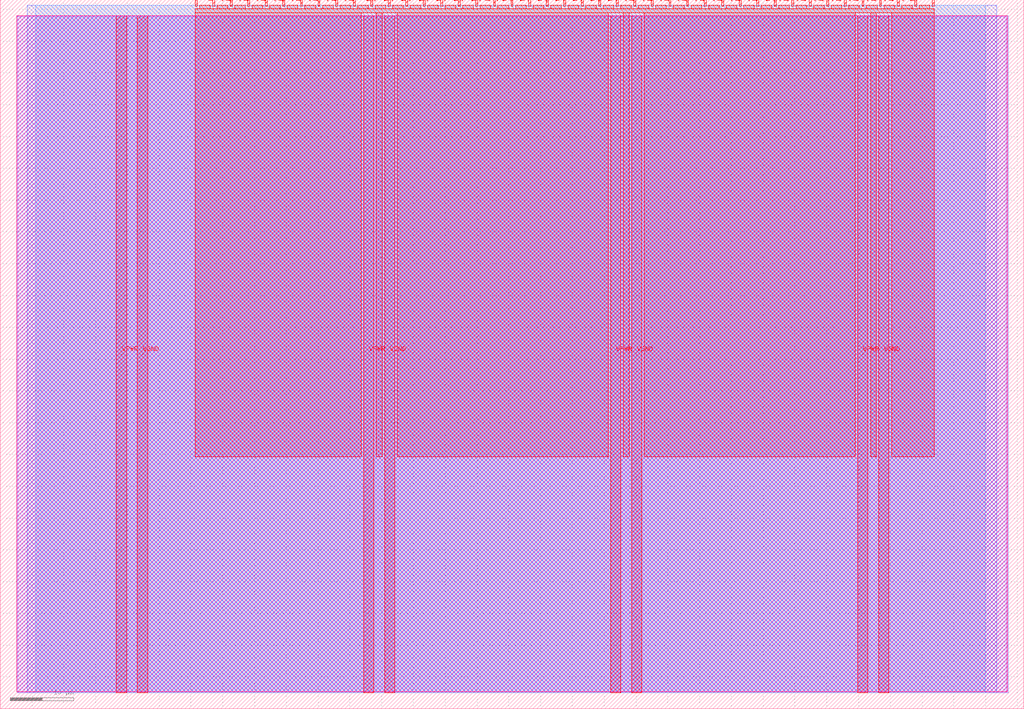
<source format=lef>
VERSION 5.7 ;
  NOWIREEXTENSIONATPIN ON ;
  DIVIDERCHAR "/" ;
  BUSBITCHARS "[]" ;
MACRO tt_um_simonsays
  CLASS BLOCK ;
  FOREIGN tt_um_simonsays ;
  ORIGIN 0.000 0.000 ;
  SIZE 161.000 BY 111.520 ;
  PIN VGND
    DIRECTION INOUT ;
    USE GROUND ;
    PORT
      LAYER met4 ;
        RECT 21.580 2.480 23.180 109.040 ;
    END
    PORT
      LAYER met4 ;
        RECT 60.450 2.480 62.050 109.040 ;
    END
    PORT
      LAYER met4 ;
        RECT 99.320 2.480 100.920 109.040 ;
    END
    PORT
      LAYER met4 ;
        RECT 138.190 2.480 139.790 109.040 ;
    END
  END VGND
  PIN VPWR
    DIRECTION INOUT ;
    USE POWER ;
    PORT
      LAYER met4 ;
        RECT 18.280 2.480 19.880 109.040 ;
    END
    PORT
      LAYER met4 ;
        RECT 57.150 2.480 58.750 109.040 ;
    END
    PORT
      LAYER met4 ;
        RECT 96.020 2.480 97.620 109.040 ;
    END
    PORT
      LAYER met4 ;
        RECT 134.890 2.480 136.490 109.040 ;
    END
  END VPWR
  PIN clk
    DIRECTION INPUT ;
    USE SIGNAL ;
    ANTENNAGATEAREA 0.852000 ;
    PORT
      LAYER met4 ;
        RECT 143.830 110.520 144.130 111.520 ;
    END
  END clk
  PIN ena
    DIRECTION INPUT ;
    USE SIGNAL ;
    ANTENNAGATEAREA 0.196500 ;
    PORT
      LAYER met4 ;
        RECT 146.590 110.520 146.890 111.520 ;
    END
  END ena
  PIN rst_n
    DIRECTION INPUT ;
    USE SIGNAL ;
    ANTENNAGATEAREA 0.196500 ;
    PORT
      LAYER met4 ;
        RECT 141.070 110.520 141.370 111.520 ;
    END
  END rst_n
  PIN ui_in[0]
    DIRECTION INPUT ;
    USE SIGNAL ;
    ANTENNAGATEAREA 0.196500 ;
    PORT
      LAYER met4 ;
        RECT 138.310 110.520 138.610 111.520 ;
    END
  END ui_in[0]
  PIN ui_in[1]
    DIRECTION INPUT ;
    USE SIGNAL ;
    ANTENNAGATEAREA 0.196500 ;
    PORT
      LAYER met4 ;
        RECT 135.550 110.520 135.850 111.520 ;
    END
  END ui_in[1]
  PIN ui_in[2]
    DIRECTION INPUT ;
    USE SIGNAL ;
    ANTENNAGATEAREA 0.196500 ;
    PORT
      LAYER met4 ;
        RECT 132.790 110.520 133.090 111.520 ;
    END
  END ui_in[2]
  PIN ui_in[3]
    DIRECTION INPUT ;
    USE SIGNAL ;
    ANTENNAGATEAREA 0.126000 ;
    PORT
      LAYER met4 ;
        RECT 130.030 110.520 130.330 111.520 ;
    END
  END ui_in[3]
  PIN ui_in[4]
    DIRECTION INPUT ;
    USE SIGNAL ;
    ANTENNAGATEAREA 0.196500 ;
    PORT
      LAYER met4 ;
        RECT 127.270 110.520 127.570 111.520 ;
    END
  END ui_in[4]
  PIN ui_in[5]
    DIRECTION INPUT ;
    USE SIGNAL ;
    ANTENNAGATEAREA 0.196500 ;
    PORT
      LAYER met4 ;
        RECT 124.510 110.520 124.810 111.520 ;
    END
  END ui_in[5]
  PIN ui_in[6]
    DIRECTION INPUT ;
    USE SIGNAL ;
    PORT
      LAYER met4 ;
        RECT 121.750 110.520 122.050 111.520 ;
    END
  END ui_in[6]
  PIN ui_in[7]
    DIRECTION INPUT ;
    USE SIGNAL ;
    PORT
      LAYER met4 ;
        RECT 118.990 110.520 119.290 111.520 ;
    END
  END ui_in[7]
  PIN uio_in[0]
    DIRECTION INPUT ;
    USE SIGNAL ;
    ANTENNAGATEAREA 0.196500 ;
    PORT
      LAYER met4 ;
        RECT 116.230 110.520 116.530 111.520 ;
    END
  END uio_in[0]
  PIN uio_in[1]
    DIRECTION INPUT ;
    USE SIGNAL ;
    ANTENNAGATEAREA 0.196500 ;
    PORT
      LAYER met4 ;
        RECT 113.470 110.520 113.770 111.520 ;
    END
  END uio_in[1]
  PIN uio_in[2]
    DIRECTION INPUT ;
    USE SIGNAL ;
    ANTENNAGATEAREA 0.196500 ;
    PORT
      LAYER met4 ;
        RECT 110.710 110.520 111.010 111.520 ;
    END
  END uio_in[2]
  PIN uio_in[3]
    DIRECTION INPUT ;
    USE SIGNAL ;
    ANTENNAGATEAREA 0.196500 ;
    PORT
      LAYER met4 ;
        RECT 107.950 110.520 108.250 111.520 ;
    END
  END uio_in[3]
  PIN uio_in[4]
    DIRECTION INPUT ;
    USE SIGNAL ;
    ANTENNAGATEAREA 0.196500 ;
    PORT
      LAYER met4 ;
        RECT 105.190 110.520 105.490 111.520 ;
    END
  END uio_in[4]
  PIN uio_in[5]
    DIRECTION INPUT ;
    USE SIGNAL ;
    ANTENNAGATEAREA 0.196500 ;
    PORT
      LAYER met4 ;
        RECT 102.430 110.520 102.730 111.520 ;
    END
  END uio_in[5]
  PIN uio_in[6]
    DIRECTION INPUT ;
    USE SIGNAL ;
    ANTENNAGATEAREA 0.196500 ;
    PORT
      LAYER met4 ;
        RECT 99.670 110.520 99.970 111.520 ;
    END
  END uio_in[6]
  PIN uio_in[7]
    DIRECTION INPUT ;
    USE SIGNAL ;
    ANTENNAGATEAREA 0.196500 ;
    PORT
      LAYER met4 ;
        RECT 96.910 110.520 97.210 111.520 ;
    END
  END uio_in[7]
  PIN uio_oe[0]
    DIRECTION OUTPUT ;
    USE SIGNAL ;
    PORT
      LAYER met4 ;
        RECT 49.990 110.520 50.290 111.520 ;
    END
  END uio_oe[0]
  PIN uio_oe[1]
    DIRECTION OUTPUT ;
    USE SIGNAL ;
    PORT
      LAYER met4 ;
        RECT 47.230 110.520 47.530 111.520 ;
    END
  END uio_oe[1]
  PIN uio_oe[2]
    DIRECTION OUTPUT ;
    USE SIGNAL ;
    PORT
      LAYER met4 ;
        RECT 44.470 110.520 44.770 111.520 ;
    END
  END uio_oe[2]
  PIN uio_oe[3]
    DIRECTION OUTPUT ;
    USE SIGNAL ;
    PORT
      LAYER met4 ;
        RECT 41.710 110.520 42.010 111.520 ;
    END
  END uio_oe[3]
  PIN uio_oe[4]
    DIRECTION OUTPUT ;
    USE SIGNAL ;
    PORT
      LAYER met4 ;
        RECT 38.950 110.520 39.250 111.520 ;
    END
  END uio_oe[4]
  PIN uio_oe[5]
    DIRECTION OUTPUT ;
    USE SIGNAL ;
    PORT
      LAYER met4 ;
        RECT 36.190 110.520 36.490 111.520 ;
    END
  END uio_oe[5]
  PIN uio_oe[6]
    DIRECTION OUTPUT ;
    USE SIGNAL ;
    PORT
      LAYER met4 ;
        RECT 33.430 110.520 33.730 111.520 ;
    END
  END uio_oe[6]
  PIN uio_oe[7]
    DIRECTION OUTPUT ;
    USE SIGNAL ;
    PORT
      LAYER met4 ;
        RECT 30.670 110.520 30.970 111.520 ;
    END
  END uio_oe[7]
  PIN uio_out[0]
    DIRECTION OUTPUT ;
    USE SIGNAL ;
    PORT
      LAYER met4 ;
        RECT 72.070 110.520 72.370 111.520 ;
    END
  END uio_out[0]
  PIN uio_out[1]
    DIRECTION OUTPUT ;
    USE SIGNAL ;
    PORT
      LAYER met4 ;
        RECT 69.310 110.520 69.610 111.520 ;
    END
  END uio_out[1]
  PIN uio_out[2]
    DIRECTION OUTPUT ;
    USE SIGNAL ;
    PORT
      LAYER met4 ;
        RECT 66.550 110.520 66.850 111.520 ;
    END
  END uio_out[2]
  PIN uio_out[3]
    DIRECTION OUTPUT ;
    USE SIGNAL ;
    PORT
      LAYER met4 ;
        RECT 63.790 110.520 64.090 111.520 ;
    END
  END uio_out[3]
  PIN uio_out[4]
    DIRECTION OUTPUT ;
    USE SIGNAL ;
    PORT
      LAYER met4 ;
        RECT 61.030 110.520 61.330 111.520 ;
    END
  END uio_out[4]
  PIN uio_out[5]
    DIRECTION OUTPUT ;
    USE SIGNAL ;
    PORT
      LAYER met4 ;
        RECT 58.270 110.520 58.570 111.520 ;
    END
  END uio_out[5]
  PIN uio_out[6]
    DIRECTION OUTPUT ;
    USE SIGNAL ;
    PORT
      LAYER met4 ;
        RECT 55.510 110.520 55.810 111.520 ;
    END
  END uio_out[6]
  PIN uio_out[7]
    DIRECTION OUTPUT ;
    USE SIGNAL ;
    PORT
      LAYER met4 ;
        RECT 52.750 110.520 53.050 111.520 ;
    END
  END uio_out[7]
  PIN uo_out[0]
    DIRECTION OUTPUT ;
    USE SIGNAL ;
    ANTENNADIFFAREA 0.445500 ;
    PORT
      LAYER met4 ;
        RECT 94.150 110.520 94.450 111.520 ;
    END
  END uo_out[0]
  PIN uo_out[1]
    DIRECTION OUTPUT ;
    USE SIGNAL ;
    ANTENNADIFFAREA 0.445500 ;
    PORT
      LAYER met4 ;
        RECT 91.390 110.520 91.690 111.520 ;
    END
  END uo_out[1]
  PIN uo_out[2]
    DIRECTION OUTPUT ;
    USE SIGNAL ;
    ANTENNADIFFAREA 0.445500 ;
    PORT
      LAYER met4 ;
        RECT 88.630 110.520 88.930 111.520 ;
    END
  END uo_out[2]
  PIN uo_out[3]
    DIRECTION OUTPUT ;
    USE SIGNAL ;
    ANTENNADIFFAREA 0.445500 ;
    PORT
      LAYER met4 ;
        RECT 85.870 110.520 86.170 111.520 ;
    END
  END uo_out[3]
  PIN uo_out[4]
    DIRECTION OUTPUT ;
    USE SIGNAL ;
    ANTENNADIFFAREA 0.445500 ;
    PORT
      LAYER met4 ;
        RECT 83.110 110.520 83.410 111.520 ;
    END
  END uo_out[4]
  PIN uo_out[5]
    DIRECTION OUTPUT ;
    USE SIGNAL ;
    ANTENNADIFFAREA 0.445500 ;
    PORT
      LAYER met4 ;
        RECT 80.350 110.520 80.650 111.520 ;
    END
  END uo_out[5]
  PIN uo_out[6]
    DIRECTION OUTPUT ;
    USE SIGNAL ;
    PORT
      LAYER met4 ;
        RECT 77.590 110.520 77.890 111.520 ;
    END
  END uo_out[6]
  PIN uo_out[7]
    DIRECTION OUTPUT ;
    USE SIGNAL ;
    PORT
      LAYER met4 ;
        RECT 74.830 110.520 75.130 111.520 ;
    END
  END uo_out[7]
  OBS
      LAYER nwell ;
        RECT 2.570 2.635 158.430 108.990 ;
      LAYER li1 ;
        RECT 2.760 2.635 158.240 108.885 ;
      LAYER met1 ;
        RECT 2.760 2.480 158.540 109.040 ;
      LAYER met2 ;
        RECT 4.240 2.535 156.760 110.685 ;
      LAYER met3 ;
        RECT 5.585 2.555 154.955 110.665 ;
      LAYER met4 ;
        RECT 31.370 110.120 33.030 110.665 ;
        RECT 34.130 110.120 35.790 110.665 ;
        RECT 36.890 110.120 38.550 110.665 ;
        RECT 39.650 110.120 41.310 110.665 ;
        RECT 42.410 110.120 44.070 110.665 ;
        RECT 45.170 110.120 46.830 110.665 ;
        RECT 47.930 110.120 49.590 110.665 ;
        RECT 50.690 110.120 52.350 110.665 ;
        RECT 53.450 110.120 55.110 110.665 ;
        RECT 56.210 110.120 57.870 110.665 ;
        RECT 58.970 110.120 60.630 110.665 ;
        RECT 61.730 110.120 63.390 110.665 ;
        RECT 64.490 110.120 66.150 110.665 ;
        RECT 67.250 110.120 68.910 110.665 ;
        RECT 70.010 110.120 71.670 110.665 ;
        RECT 72.770 110.120 74.430 110.665 ;
        RECT 75.530 110.120 77.190 110.665 ;
        RECT 78.290 110.120 79.950 110.665 ;
        RECT 81.050 110.120 82.710 110.665 ;
        RECT 83.810 110.120 85.470 110.665 ;
        RECT 86.570 110.120 88.230 110.665 ;
        RECT 89.330 110.120 90.990 110.665 ;
        RECT 92.090 110.120 93.750 110.665 ;
        RECT 94.850 110.120 96.510 110.665 ;
        RECT 97.610 110.120 99.270 110.665 ;
        RECT 100.370 110.120 102.030 110.665 ;
        RECT 103.130 110.120 104.790 110.665 ;
        RECT 105.890 110.120 107.550 110.665 ;
        RECT 108.650 110.120 110.310 110.665 ;
        RECT 111.410 110.120 113.070 110.665 ;
        RECT 114.170 110.120 115.830 110.665 ;
        RECT 116.930 110.120 118.590 110.665 ;
        RECT 119.690 110.120 121.350 110.665 ;
        RECT 122.450 110.120 124.110 110.665 ;
        RECT 125.210 110.120 126.870 110.665 ;
        RECT 127.970 110.120 129.630 110.665 ;
        RECT 130.730 110.120 132.390 110.665 ;
        RECT 133.490 110.120 135.150 110.665 ;
        RECT 136.250 110.120 137.910 110.665 ;
        RECT 139.010 110.120 140.670 110.665 ;
        RECT 141.770 110.120 143.430 110.665 ;
        RECT 144.530 110.120 146.190 110.665 ;
        RECT 30.655 109.440 146.905 110.120 ;
        RECT 30.655 39.615 56.750 109.440 ;
        RECT 59.150 39.615 60.050 109.440 ;
        RECT 62.450 39.615 95.620 109.440 ;
        RECT 98.020 39.615 98.920 109.440 ;
        RECT 101.320 39.615 134.490 109.440 ;
        RECT 136.890 39.615 137.790 109.440 ;
        RECT 140.190 39.615 146.905 109.440 ;
  END
END tt_um_simonsays
END LIBRARY


</source>
